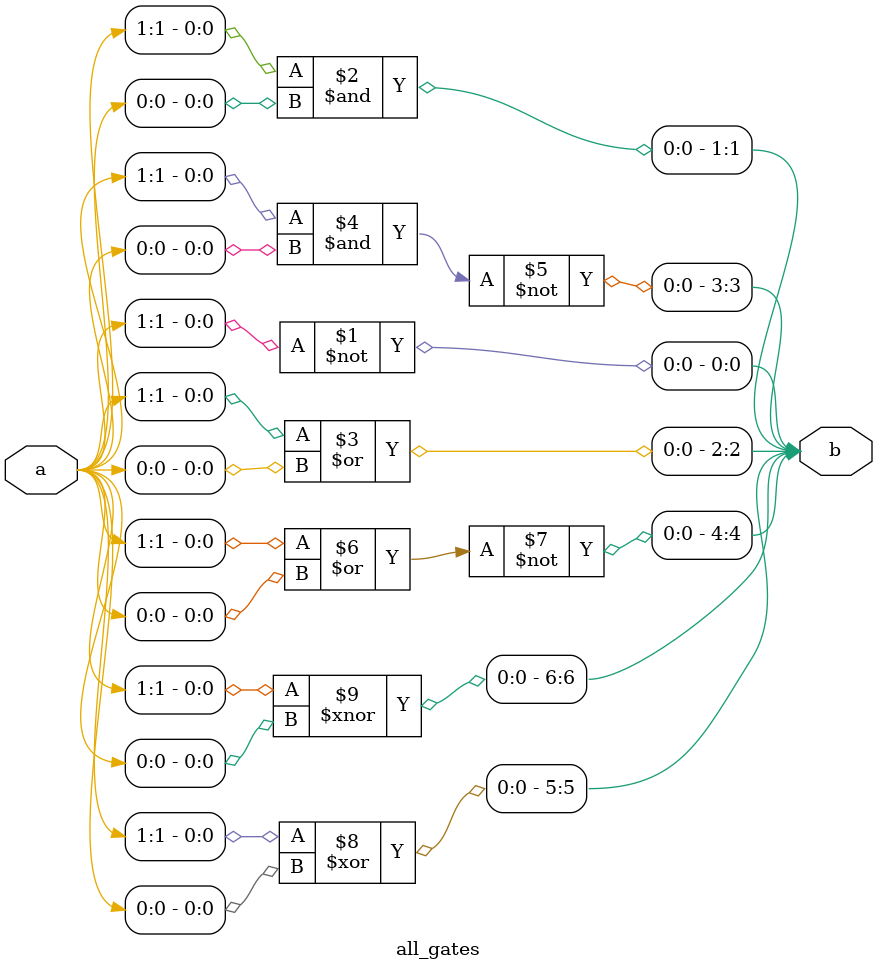
<source format=v>
`timescale 1ns / 1ps
module all_gates(input [1:0]a, output [6:0]b);
assign b[0] = ~a[1];
assign b[1] = a[1]&a[0];
assign b[2] = a[1]|a[0];
assign b[3] = ~(a[1]&a[0]);
assign b[4] = ~(a[1]|a[0]);
assign b[5] = a[1]^a[0];
assign b[6] = a[1]~^a[0];
endmodule

</source>
